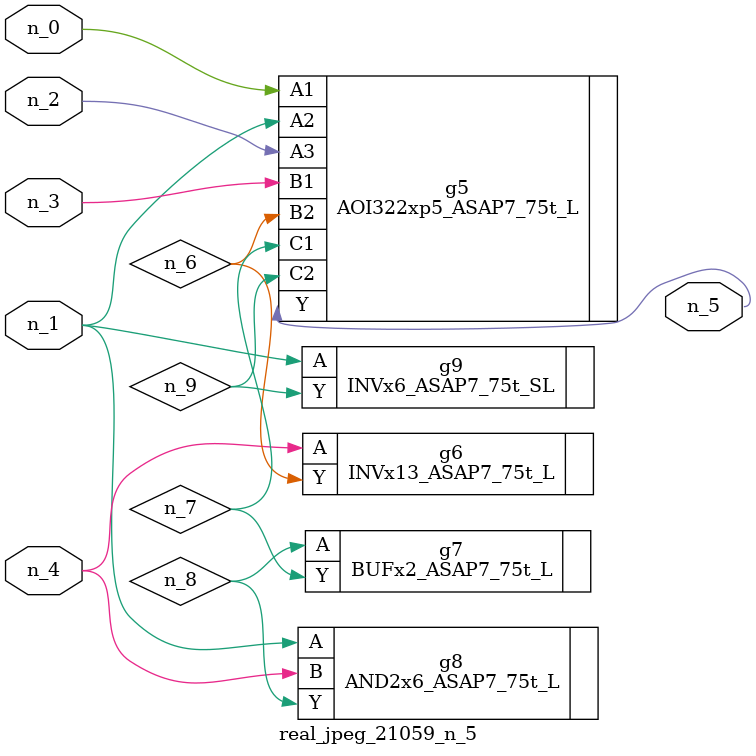
<source format=v>
module real_jpeg_21059_n_5 (n_4, n_0, n_1, n_2, n_3, n_5);

input n_4;
input n_0;
input n_1;
input n_2;
input n_3;

output n_5;

wire n_8;
wire n_6;
wire n_7;
wire n_9;

AOI322xp5_ASAP7_75t_L g5 ( 
.A1(n_0),
.A2(n_1),
.A3(n_2),
.B1(n_3),
.B2(n_6),
.C1(n_7),
.C2(n_9),
.Y(n_5)
);

AND2x6_ASAP7_75t_L g8 ( 
.A(n_1),
.B(n_4),
.Y(n_8)
);

INVx6_ASAP7_75t_SL g9 ( 
.A(n_1),
.Y(n_9)
);

INVx13_ASAP7_75t_L g6 ( 
.A(n_4),
.Y(n_6)
);

BUFx2_ASAP7_75t_L g7 ( 
.A(n_8),
.Y(n_7)
);


endmodule
</source>
